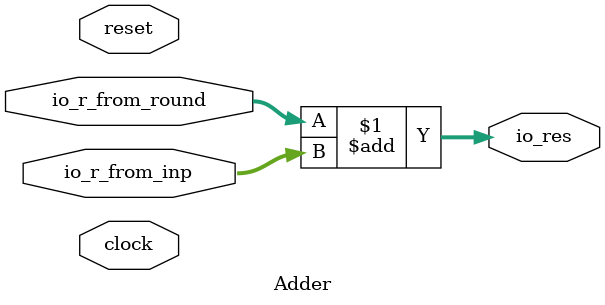
<source format=v>
module Adder(
  input          clock,
  input          reset,
  input  [575:0] io_r_from_round,
  input  [575:0] io_r_from_inp,
  output [575:0] io_res
);
  assign io_res = io_r_from_round + io_r_from_inp; // @[Adder.scala 10:28]
endmodule

</source>
